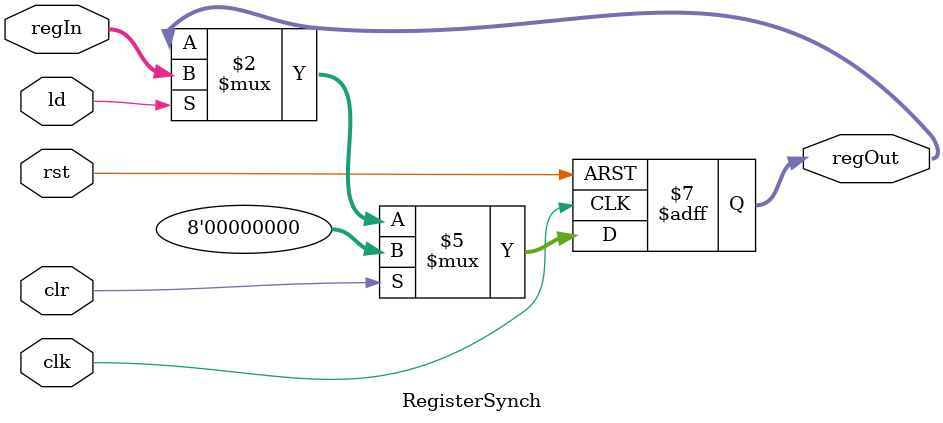
<source format=v>
module RegisterSynch(clk, rst, clr, ld, regIn, regOut);

    parameter SIZE = 8;
    input clk, rst, ld, clr;
    input [(SIZE-1):0] regIn;
    output reg [(SIZE-1):0] regOut;
    
    always@(posedge clk, posedge rst) begin
        if(rst)
            regOut <= 0;
        else if(clr)
            regOut <= 0;
        else if(ld)
            regOut <= regIn;
    end

endmodule
</source>
